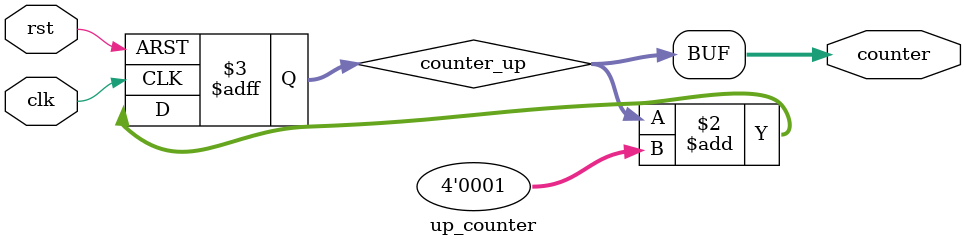
<source format=v>
module up_counter(input clk, rst, output[3:0] counter
    );
reg [3:0] counter_up;

// up counter
always @(posedge clk or posedge rst)
begin
if(rst)
 counter_up <= 4'd0;
else
 counter_up <= counter_up + 4'd1;
end 
assign counter = counter_up;
endmodule

</source>
